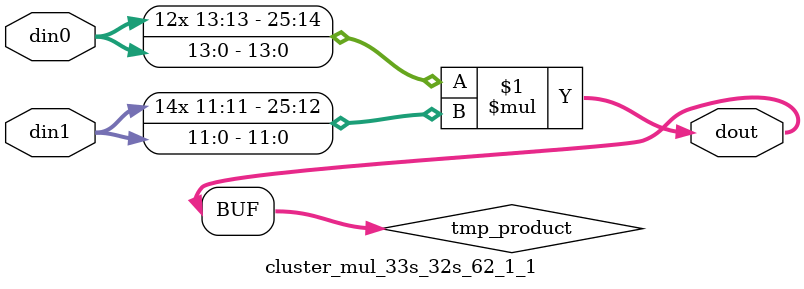
<source format=v>

`timescale 1 ns / 1 ps

 module cluster_mul_33s_32s_62_1_1(din0, din1, dout);
parameter ID = 1;
parameter NUM_STAGE = 0;
parameter din0_WIDTH = 14;
parameter din1_WIDTH = 12;
parameter dout_WIDTH = 26;

input [din0_WIDTH - 1 : 0] din0; 
input [din1_WIDTH - 1 : 0] din1; 
output [dout_WIDTH - 1 : 0] dout;

wire signed [dout_WIDTH - 1 : 0] tmp_product;



























assign tmp_product = $signed(din0) * $signed(din1);








assign dout = tmp_product;





















endmodule

</source>
